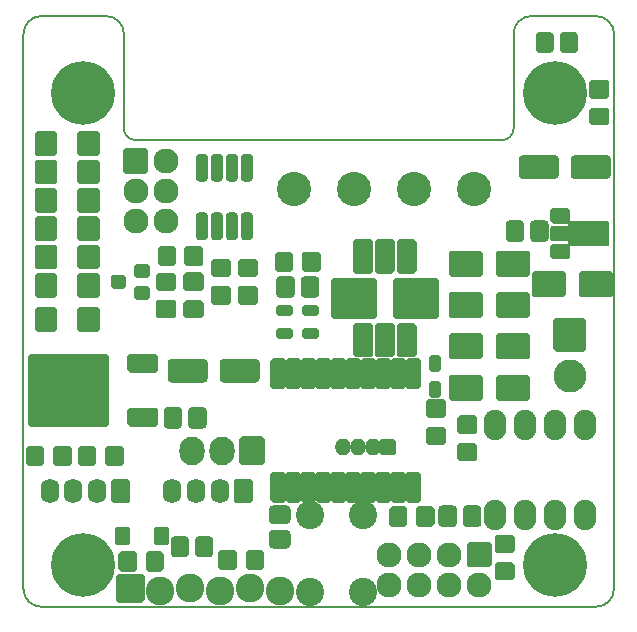
<source format=gts>
%TF.GenerationSoftware,KiCad,Pcbnew,5.1.10-88a1d61d58~88~ubuntu20.04.1*%
%TF.CreationDate,2021-05-23T14:05:11+02:00*%
%TF.ProjectId,mfx-link2,6d66782d-6c69-46e6-9b32-2e6b69636164,rev?*%
%TF.SameCoordinates,Original*%
%TF.FileFunction,Soldermask,Top*%
%TF.FilePolarity,Negative*%
%FSLAX46Y46*%
G04 Gerber Fmt 4.6, Leading zero omitted, Abs format (unit mm)*
G04 Created by KiCad (PCBNEW 5.1.10-88a1d61d58~88~ubuntu20.04.1) date 2021-05-23 14:05:11*
%MOMM*%
%LPD*%
G01*
G04 APERTURE LIST*
%TA.AperFunction,Profile*%
%ADD10C,0.150000*%
%TD*%
%ADD11O,1.400000X1.400000*%
%ADD12O,1.901140X2.599640*%
%ADD13C,0.100000*%
%ADD14C,5.400000*%
%ADD15O,1.598880X2.099260*%
%ADD16O,2.127200X2.127200*%
%ADD17O,2.127200X2.432000*%
%ADD18C,2.432000*%
%ADD19C,2.800000*%
%ADD20C,2.900000*%
%ADD21C,2.398980*%
G04 APERTURE END LIST*
D10*
X161950000Y-95350000D02*
X161950000Y-103350000D01*
X168950000Y-93850000D02*
X163450000Y-93850000D01*
X127450000Y-93850000D02*
X121950000Y-93850000D01*
X128950000Y-103350000D02*
X128950000Y-95350000D01*
X160950000Y-104350000D02*
X129950000Y-104350000D01*
X160950000Y-104350000D02*
G75*
G03*
X161950000Y-103350000I0J1000000D01*
G01*
X128950000Y-103350000D02*
G75*
G03*
X129950000Y-104350000I1000000J0D01*
G01*
X128950000Y-95350000D02*
G75*
G03*
X127450000Y-93850000I-1500000J0D01*
G01*
X163450000Y-93850000D02*
G75*
G03*
X161950000Y-95350000I0J-1500000D01*
G01*
X120450000Y-95350000D02*
X120450000Y-142350000D01*
X170450000Y-142350000D02*
X170450000Y-95350000D01*
X120450000Y-142350000D02*
G75*
G03*
X121950000Y-143850000I1500000J0D01*
G01*
X168950000Y-143850000D02*
G75*
G03*
X170450000Y-142350000I0J1500000D01*
G01*
X121950000Y-93850000D02*
G75*
G03*
X120450000Y-95350000I0J-1500000D01*
G01*
X170450000Y-95350000D02*
G75*
G03*
X168950000Y-93850000I-1500000J0D01*
G01*
X168950000Y-143850000D02*
X121950000Y-143850000D01*
%TO.C,D1*%
G36*
G01*
X159343000Y-113908000D02*
X159343000Y-115708000D01*
G75*
G02*
X159143000Y-115908000I-200000J0D01*
G01*
X156643000Y-115908000D01*
G75*
G02*
X156443000Y-115708000I0J200000D01*
G01*
X156443000Y-113908000D01*
G75*
G02*
X156643000Y-113708000I200000J0D01*
G01*
X159143000Y-113708000D01*
G75*
G02*
X159343000Y-113908000I0J-200000D01*
G01*
G37*
G36*
G01*
X163343000Y-113908000D02*
X163343000Y-115708000D01*
G75*
G02*
X163143000Y-115908000I-200000J0D01*
G01*
X160643000Y-115908000D01*
G75*
G02*
X160443000Y-115708000I0J200000D01*
G01*
X160443000Y-113908000D01*
G75*
G02*
X160643000Y-113708000I200000J0D01*
G01*
X163143000Y-113708000D01*
G75*
G02*
X163343000Y-113908000I0J-200000D01*
G01*
G37*
%TD*%
%TO.C,C7*%
G36*
G01*
X157153800Y-135604906D02*
X157153800Y-136784694D01*
G75*
G02*
X156818694Y-137119800I-335106J0D01*
G01*
X155913906Y-137119800D01*
G75*
G02*
X155578800Y-136784694I0J335106D01*
G01*
X155578800Y-135604906D01*
G75*
G02*
X155913906Y-135269800I335106J0D01*
G01*
X156818694Y-135269800D01*
G75*
G02*
X157153800Y-135604906I0J-335106D01*
G01*
G37*
G36*
G01*
X159228800Y-135604906D02*
X159228800Y-136784694D01*
G75*
G02*
X158893694Y-137119800I-335106J0D01*
G01*
X157988906Y-137119800D01*
G75*
G02*
X157653800Y-136784694I0J335106D01*
G01*
X157653800Y-135604906D01*
G75*
G02*
X157988906Y-135269800I335106J0D01*
G01*
X158893694Y-135269800D01*
G75*
G02*
X159228800Y-135604906I0J-335106D01*
G01*
G37*
%TD*%
%TO.C,D8*%
G36*
G01*
X155595600Y-123975200D02*
X154995600Y-123975200D01*
G75*
G02*
X154795600Y-123775200I0J200000D01*
G01*
X154795600Y-122775200D01*
G75*
G02*
X154995600Y-122575200I200000J0D01*
G01*
X155595600Y-122575200D01*
G75*
G02*
X155795600Y-122775200I0J-200000D01*
G01*
X155795600Y-123775200D01*
G75*
G02*
X155595600Y-123975200I-200000J0D01*
G01*
G37*
G36*
G01*
X155595600Y-126175200D02*
X154995600Y-126175200D01*
G75*
G02*
X154795600Y-125975200I0J200000D01*
G01*
X154795600Y-124975200D01*
G75*
G02*
X154995600Y-124775200I200000J0D01*
G01*
X155595600Y-124775200D01*
G75*
G02*
X155795600Y-124975200I0J-200000D01*
G01*
X155795600Y-125975200D01*
G75*
G02*
X155595600Y-126175200I-200000J0D01*
G01*
G37*
%TD*%
%TO.C,D6*%
G36*
G01*
X144062400Y-121026000D02*
X144062400Y-120426000D01*
G75*
G02*
X144262400Y-120226000I200000J0D01*
G01*
X145262400Y-120226000D01*
G75*
G02*
X145462400Y-120426000I0J-200000D01*
G01*
X145462400Y-121026000D01*
G75*
G02*
X145262400Y-121226000I-200000J0D01*
G01*
X144262400Y-121226000D01*
G75*
G02*
X144062400Y-121026000I0J200000D01*
G01*
G37*
G36*
G01*
X141862400Y-121026000D02*
X141862400Y-120426000D01*
G75*
G02*
X142062400Y-120226000I200000J0D01*
G01*
X143062400Y-120226000D01*
G75*
G02*
X143262400Y-120426000I0J-200000D01*
G01*
X143262400Y-121026000D01*
G75*
G02*
X143062400Y-121226000I-200000J0D01*
G01*
X142062400Y-121226000D01*
G75*
G02*
X141862400Y-121026000I0J200000D01*
G01*
G37*
%TD*%
%TO.C,D7*%
G36*
G01*
X143262400Y-118470400D02*
X143262400Y-119070400D01*
G75*
G02*
X143062400Y-119270400I-200000J0D01*
G01*
X142062400Y-119270400D01*
G75*
G02*
X141862400Y-119070400I0J200000D01*
G01*
X141862400Y-118470400D01*
G75*
G02*
X142062400Y-118270400I200000J0D01*
G01*
X143062400Y-118270400D01*
G75*
G02*
X143262400Y-118470400I0J-200000D01*
G01*
G37*
G36*
G01*
X145462400Y-118470400D02*
X145462400Y-119070400D01*
G75*
G02*
X145262400Y-119270400I-200000J0D01*
G01*
X144262400Y-119270400D01*
G75*
G02*
X144062400Y-119070400I0J200000D01*
G01*
X144062400Y-118470400D01*
G75*
G02*
X144262400Y-118270400I200000J0D01*
G01*
X145262400Y-118270400D01*
G75*
G02*
X145462400Y-118470400I0J-200000D01*
G01*
G37*
%TD*%
%TO.C,C1*%
G36*
G01*
X143420000Y-116199106D02*
X143420000Y-117378894D01*
G75*
G02*
X143084894Y-117714000I-335106J0D01*
G01*
X142180106Y-117714000D01*
G75*
G02*
X141845000Y-117378894I0J335106D01*
G01*
X141845000Y-116199106D01*
G75*
G02*
X142180106Y-115864000I335106J0D01*
G01*
X143084894Y-115864000D01*
G75*
G02*
X143420000Y-116199106I0J-335106D01*
G01*
G37*
G36*
G01*
X145495000Y-116199106D02*
X145495000Y-117378894D01*
G75*
G02*
X145159894Y-117714000I-335106J0D01*
G01*
X144255106Y-117714000D01*
G75*
G02*
X143920000Y-117378894I0J335106D01*
G01*
X143920000Y-116199106D01*
G75*
G02*
X144255106Y-115864000I335106J0D01*
G01*
X145159894Y-115864000D01*
G75*
G02*
X145495000Y-116199106I0J-335106D01*
G01*
G37*
%TD*%
%TO.C,D9*%
G36*
G01*
X131505200Y-138471200D02*
X131505200Y-137271200D01*
G75*
G02*
X131705200Y-137071200I200000J0D01*
G01*
X132605200Y-137071200D01*
G75*
G02*
X132805200Y-137271200I0J-200000D01*
G01*
X132805200Y-138471200D01*
G75*
G02*
X132605200Y-138671200I-200000J0D01*
G01*
X131705200Y-138671200D01*
G75*
G02*
X131505200Y-138471200I0J200000D01*
G01*
G37*
G36*
G01*
X128205200Y-138471200D02*
X128205200Y-137271200D01*
G75*
G02*
X128405200Y-137071200I200000J0D01*
G01*
X129305200Y-137071200D01*
G75*
G02*
X129505200Y-137271200I0J-200000D01*
G01*
X129505200Y-138471200D01*
G75*
G02*
X129305200Y-138671200I-200000J0D01*
G01*
X128405200Y-138671200D01*
G75*
G02*
X128205200Y-138471200I0J200000D01*
G01*
G37*
%TD*%
%TO.C,U3*%
G36*
G01*
X135809800Y-107869200D02*
X135309800Y-107869200D01*
G75*
G02*
X135059800Y-107619200I0J250000D01*
G01*
X135059800Y-105769200D01*
G75*
G02*
X135309800Y-105519200I250000J0D01*
G01*
X135809800Y-105519200D01*
G75*
G02*
X136059800Y-105769200I0J-250000D01*
G01*
X136059800Y-107619200D01*
G75*
G02*
X135809800Y-107869200I-250000J0D01*
G01*
G37*
G36*
G01*
X137079800Y-107869200D02*
X136579800Y-107869200D01*
G75*
G02*
X136329800Y-107619200I0J250000D01*
G01*
X136329800Y-105769200D01*
G75*
G02*
X136579800Y-105519200I250000J0D01*
G01*
X137079800Y-105519200D01*
G75*
G02*
X137329800Y-105769200I0J-250000D01*
G01*
X137329800Y-107619200D01*
G75*
G02*
X137079800Y-107869200I-250000J0D01*
G01*
G37*
G36*
G01*
X138349800Y-107869200D02*
X137849800Y-107869200D01*
G75*
G02*
X137599800Y-107619200I0J250000D01*
G01*
X137599800Y-105769200D01*
G75*
G02*
X137849800Y-105519200I250000J0D01*
G01*
X138349800Y-105519200D01*
G75*
G02*
X138599800Y-105769200I0J-250000D01*
G01*
X138599800Y-107619200D01*
G75*
G02*
X138349800Y-107869200I-250000J0D01*
G01*
G37*
G36*
G01*
X139619800Y-107869200D02*
X139119800Y-107869200D01*
G75*
G02*
X138869800Y-107619200I0J250000D01*
G01*
X138869800Y-105769200D01*
G75*
G02*
X139119800Y-105519200I250000J0D01*
G01*
X139619800Y-105519200D01*
G75*
G02*
X139869800Y-105769200I0J-250000D01*
G01*
X139869800Y-107619200D01*
G75*
G02*
X139619800Y-107869200I-250000J0D01*
G01*
G37*
G36*
G01*
X139619800Y-112819200D02*
X139119800Y-112819200D01*
G75*
G02*
X138869800Y-112569200I0J250000D01*
G01*
X138869800Y-110719200D01*
G75*
G02*
X139119800Y-110469200I250000J0D01*
G01*
X139619800Y-110469200D01*
G75*
G02*
X139869800Y-110719200I0J-250000D01*
G01*
X139869800Y-112569200D01*
G75*
G02*
X139619800Y-112819200I-250000J0D01*
G01*
G37*
G36*
G01*
X138349800Y-112819200D02*
X137849800Y-112819200D01*
G75*
G02*
X137599800Y-112569200I0J250000D01*
G01*
X137599800Y-110719200D01*
G75*
G02*
X137849800Y-110469200I250000J0D01*
G01*
X138349800Y-110469200D01*
G75*
G02*
X138599800Y-110719200I0J-250000D01*
G01*
X138599800Y-112569200D01*
G75*
G02*
X138349800Y-112819200I-250000J0D01*
G01*
G37*
G36*
G01*
X137079800Y-112819200D02*
X136579800Y-112819200D01*
G75*
G02*
X136329800Y-112569200I0J250000D01*
G01*
X136329800Y-110719200D01*
G75*
G02*
X136579800Y-110469200I250000J0D01*
G01*
X137079800Y-110469200D01*
G75*
G02*
X137329800Y-110719200I0J-250000D01*
G01*
X137329800Y-112569200D01*
G75*
G02*
X137079800Y-112819200I-250000J0D01*
G01*
G37*
G36*
G01*
X135809800Y-112819200D02*
X135309800Y-112819200D01*
G75*
G02*
X135059800Y-112569200I0J250000D01*
G01*
X135059800Y-110719200D01*
G75*
G02*
X135309800Y-110469200I250000J0D01*
G01*
X135809800Y-110469200D01*
G75*
G02*
X136059800Y-110719200I0J-250000D01*
G01*
X136059800Y-112569200D01*
G75*
G02*
X135809800Y-112819200I-250000J0D01*
G01*
G37*
%TD*%
%TO.C,D4*%
G36*
G01*
X160443000Y-126223600D02*
X160443000Y-124423600D01*
G75*
G02*
X160643000Y-124223600I200000J0D01*
G01*
X163143000Y-124223600D01*
G75*
G02*
X163343000Y-124423600I0J-200000D01*
G01*
X163343000Y-126223600D01*
G75*
G02*
X163143000Y-126423600I-200000J0D01*
G01*
X160643000Y-126423600D01*
G75*
G02*
X160443000Y-126223600I0J200000D01*
G01*
G37*
G36*
G01*
X156443000Y-126223600D02*
X156443000Y-124423600D01*
G75*
G02*
X156643000Y-124223600I200000J0D01*
G01*
X159143000Y-124223600D01*
G75*
G02*
X159343000Y-124423600I0J-200000D01*
G01*
X159343000Y-126223600D01*
G75*
G02*
X159143000Y-126423600I-200000J0D01*
G01*
X156643000Y-126423600D01*
G75*
G02*
X156443000Y-126223600I0J200000D01*
G01*
G37*
%TD*%
%TO.C,D2*%
G36*
G01*
X159343000Y-120918400D02*
X159343000Y-122718400D01*
G75*
G02*
X159143000Y-122918400I-200000J0D01*
G01*
X156643000Y-122918400D01*
G75*
G02*
X156443000Y-122718400I0J200000D01*
G01*
X156443000Y-120918400D01*
G75*
G02*
X156643000Y-120718400I200000J0D01*
G01*
X159143000Y-120718400D01*
G75*
G02*
X159343000Y-120918400I0J-200000D01*
G01*
G37*
G36*
G01*
X163343000Y-120918400D02*
X163343000Y-122718400D01*
G75*
G02*
X163143000Y-122918400I-200000J0D01*
G01*
X160643000Y-122918400D01*
G75*
G02*
X160443000Y-122718400I0J200000D01*
G01*
X160443000Y-120918400D01*
G75*
G02*
X160643000Y-120718400I200000J0D01*
G01*
X163143000Y-120718400D01*
G75*
G02*
X163343000Y-120918400I0J-200000D01*
G01*
G37*
%TD*%
%TO.C,D3*%
G36*
G01*
X160443000Y-119213200D02*
X160443000Y-117413200D01*
G75*
G02*
X160643000Y-117213200I200000J0D01*
G01*
X163143000Y-117213200D01*
G75*
G02*
X163343000Y-117413200I0J-200000D01*
G01*
X163343000Y-119213200D01*
G75*
G02*
X163143000Y-119413200I-200000J0D01*
G01*
X160643000Y-119413200D01*
G75*
G02*
X160443000Y-119213200I0J200000D01*
G01*
G37*
G36*
G01*
X156443000Y-119213200D02*
X156443000Y-117413200D01*
G75*
G02*
X156643000Y-117213200I200000J0D01*
G01*
X159143000Y-117213200D01*
G75*
G02*
X159343000Y-117413200I0J-200000D01*
G01*
X159343000Y-119213200D01*
G75*
G02*
X159143000Y-119413200I-200000J0D01*
G01*
X156643000Y-119413200D01*
G75*
G02*
X156443000Y-119213200I0J200000D01*
G01*
G37*
%TD*%
%TO.C,D5*%
G36*
G01*
X166378800Y-115660600D02*
X166378800Y-117460600D01*
G75*
G02*
X166178800Y-117660600I-200000J0D01*
G01*
X163678800Y-117660600D01*
G75*
G02*
X163478800Y-117460600I0J200000D01*
G01*
X163478800Y-115660600D01*
G75*
G02*
X163678800Y-115460600I200000J0D01*
G01*
X166178800Y-115460600D01*
G75*
G02*
X166378800Y-115660600I0J-200000D01*
G01*
G37*
G36*
G01*
X170378800Y-115660600D02*
X170378800Y-117460600D01*
G75*
G02*
X170178800Y-117660600I-200000J0D01*
G01*
X167678800Y-117660600D01*
G75*
G02*
X167478800Y-117460600I0J200000D01*
G01*
X167478800Y-115660600D01*
G75*
G02*
X167678800Y-115460600I200000J0D01*
G01*
X170178800Y-115460600D01*
G75*
G02*
X170378800Y-115660600I0J-200000D01*
G01*
G37*
%TD*%
D11*
%TO.C,J1*%
X147472400Y-130352800D03*
X148742400Y-130352800D03*
X150012400Y-130352800D03*
G36*
G01*
X151782400Y-131052800D02*
X150782400Y-131052800D01*
G75*
G02*
X150582400Y-130852800I0J200000D01*
G01*
X150582400Y-129852800D01*
G75*
G02*
X150782400Y-129652800I200000J0D01*
G01*
X151782400Y-129652800D01*
G75*
G02*
X151982400Y-129852800I0J-200000D01*
G01*
X151982400Y-130852800D01*
G75*
G02*
X151782400Y-131052800I-200000J0D01*
G01*
G37*
%TD*%
D12*
%TO.C,U1*%
X167995600Y-128473200D03*
X165455600Y-128473200D03*
X162915600Y-128473200D03*
X160375600Y-128473200D03*
X160375600Y-136093200D03*
X162915600Y-136093200D03*
X165455600Y-136093200D03*
X167995600Y-136093200D03*
%TD*%
%TO.C,R0*%
G36*
G01*
X156021800Y-127894600D02*
X154721800Y-127894600D01*
G75*
G02*
X154521800Y-127694600I0J200000D01*
G01*
X154521800Y-126494600D01*
G75*
G02*
X154721800Y-126294600I200000J0D01*
G01*
X156021800Y-126294600D01*
G75*
G02*
X156221800Y-126494600I0J-200000D01*
G01*
X156221800Y-127694600D01*
G75*
G02*
X156021800Y-127894600I-200000J0D01*
G01*
G37*
G36*
G01*
X156021800Y-130144600D02*
X154721800Y-130144600D01*
G75*
G02*
X154521800Y-129944600I0J200000D01*
G01*
X154521800Y-128844600D01*
G75*
G02*
X154721800Y-128644600I200000J0D01*
G01*
X156021800Y-128644600D01*
G75*
G02*
X156221800Y-128844600I0J-200000D01*
G01*
X156221800Y-129944600D01*
G75*
G02*
X156021800Y-130144600I-200000J0D01*
G01*
G37*
%TD*%
%TO.C,R1*%
G36*
G01*
X158688800Y-129266200D02*
X157388800Y-129266200D01*
G75*
G02*
X157188800Y-129066200I0J200000D01*
G01*
X157188800Y-127866200D01*
G75*
G02*
X157388800Y-127666200I200000J0D01*
G01*
X158688800Y-127666200D01*
G75*
G02*
X158888800Y-127866200I0J-200000D01*
G01*
X158888800Y-129066200D01*
G75*
G02*
X158688800Y-129266200I-200000J0D01*
G01*
G37*
G36*
G01*
X158688800Y-131516200D02*
X157388800Y-131516200D01*
G75*
G02*
X157188800Y-131316200I0J200000D01*
G01*
X157188800Y-130216200D01*
G75*
G02*
X157388800Y-130016200I200000J0D01*
G01*
X158688800Y-130016200D01*
G75*
G02*
X158888800Y-130216200I0J-200000D01*
G01*
X158888800Y-131316200D01*
G75*
G02*
X158688800Y-131516200I-200000J0D01*
G01*
G37*
%TD*%
%TO.C,Q1*%
G36*
G01*
X129139200Y-115957400D02*
X129139200Y-116757400D01*
G75*
G02*
X128939200Y-116957400I-200000J0D01*
G01*
X128039200Y-116957400D01*
G75*
G02*
X127839200Y-116757400I0J200000D01*
G01*
X127839200Y-115957400D01*
G75*
G02*
X128039200Y-115757400I200000J0D01*
G01*
X128939200Y-115757400D01*
G75*
G02*
X129139200Y-115957400I0J-200000D01*
G01*
G37*
G36*
G01*
X131139200Y-115007400D02*
X131139200Y-115807400D01*
G75*
G02*
X130939200Y-116007400I-200000J0D01*
G01*
X130039200Y-116007400D01*
G75*
G02*
X129839200Y-115807400I0J200000D01*
G01*
X129839200Y-115007400D01*
G75*
G02*
X130039200Y-114807400I200000J0D01*
G01*
X130939200Y-114807400D01*
G75*
G02*
X131139200Y-115007400I0J-200000D01*
G01*
G37*
G36*
G01*
X131139200Y-116907400D02*
X131139200Y-117707400D01*
G75*
G02*
X130939200Y-117907400I-200000J0D01*
G01*
X130039200Y-117907400D01*
G75*
G02*
X129839200Y-117707400I0J200000D01*
G01*
X129839200Y-116907400D01*
G75*
G02*
X130039200Y-116707400I200000J0D01*
G01*
X130939200Y-116707400D01*
G75*
G02*
X131139200Y-116907400I0J-200000D01*
G01*
G37*
%TD*%
%TO.C,C5*%
G36*
G01*
X137050400Y-124563300D02*
X137050400Y-123188300D01*
G75*
G02*
X137362900Y-122875800I312500J0D01*
G01*
X140137900Y-122875800D01*
G75*
G02*
X140450400Y-123188300I0J-312500D01*
G01*
X140450400Y-124563300D01*
G75*
G02*
X140137900Y-124875800I-312500J0D01*
G01*
X137362900Y-124875800D01*
G75*
G02*
X137050400Y-124563300I0J312500D01*
G01*
G37*
G36*
G01*
X132650400Y-124563300D02*
X132650400Y-123188300D01*
G75*
G02*
X132962900Y-122875800I312500J0D01*
G01*
X135737900Y-122875800D01*
G75*
G02*
X136050400Y-123188300I0J-312500D01*
G01*
X136050400Y-124563300D01*
G75*
G02*
X135737900Y-124875800I-312500J0D01*
G01*
X132962900Y-124875800D01*
G75*
G02*
X132650400Y-124563300I0J312500D01*
G01*
G37*
%TD*%
%TO.C,C4*%
G36*
G01*
X166768400Y-107316700D02*
X166768400Y-105941700D01*
G75*
G02*
X167080900Y-105629200I312500J0D01*
G01*
X169855900Y-105629200D01*
G75*
G02*
X170168400Y-105941700I0J-312500D01*
G01*
X170168400Y-107316700D01*
G75*
G02*
X169855900Y-107629200I-312500J0D01*
G01*
X167080900Y-107629200D01*
G75*
G02*
X166768400Y-107316700I0J312500D01*
G01*
G37*
G36*
G01*
X162368400Y-107316700D02*
X162368400Y-105941700D01*
G75*
G02*
X162680900Y-105629200I312500J0D01*
G01*
X165455900Y-105629200D01*
G75*
G02*
X165768400Y-105941700I0J-312500D01*
G01*
X165768400Y-107316700D01*
G75*
G02*
X165455900Y-107629200I-312500J0D01*
G01*
X162680900Y-107629200D01*
G75*
G02*
X162368400Y-107316700I0J312500D01*
G01*
G37*
%TD*%
%TO.C,D13*%
G36*
G01*
X165858000Y-96651245D02*
X165858000Y-95525155D01*
G75*
G02*
X166194955Y-95188200I336955J0D01*
G01*
X167071045Y-95188200D01*
G75*
G02*
X167408000Y-95525155I0J-336955D01*
G01*
X167408000Y-96651245D01*
G75*
G02*
X167071045Y-96988200I-336955J0D01*
G01*
X166194955Y-96988200D01*
G75*
G02*
X165858000Y-96651245I0J336955D01*
G01*
G37*
G36*
G01*
X163808000Y-96651245D02*
X163808000Y-95525155D01*
G75*
G02*
X164144955Y-95188200I336955J0D01*
G01*
X165021045Y-95188200D01*
G75*
G02*
X165358000Y-95525155I0J-336955D01*
G01*
X165358000Y-96651245D01*
G75*
G02*
X165021045Y-96988200I-336955J0D01*
G01*
X164144955Y-96988200D01*
G75*
G02*
X163808000Y-96651245I0J336955D01*
G01*
G37*
%TD*%
%TO.C,D10*%
G36*
G01*
X134471600Y-138222555D02*
X134471600Y-139348645D01*
G75*
G02*
X134134645Y-139685600I-336955J0D01*
G01*
X133258555Y-139685600D01*
G75*
G02*
X132921600Y-139348645I0J336955D01*
G01*
X132921600Y-138222555D01*
G75*
G02*
X133258555Y-137885600I336955J0D01*
G01*
X134134645Y-137885600D01*
G75*
G02*
X134471600Y-138222555I0J-336955D01*
G01*
G37*
G36*
G01*
X136521600Y-138222555D02*
X136521600Y-139348645D01*
G75*
G02*
X136184645Y-139685600I-336955J0D01*
G01*
X135308555Y-139685600D01*
G75*
G02*
X134971600Y-139348645I0J336955D01*
G01*
X134971600Y-138222555D01*
G75*
G02*
X135308555Y-137885600I336955J0D01*
G01*
X136184645Y-137885600D01*
G75*
G02*
X136521600Y-138222555I0J-336955D01*
G01*
G37*
%TD*%
%TO.C,R4*%
G36*
G01*
X135498600Y-117157400D02*
X134198600Y-117157400D01*
G75*
G02*
X133998600Y-116957400I0J200000D01*
G01*
X133998600Y-115757400D01*
G75*
G02*
X134198600Y-115557400I200000J0D01*
G01*
X135498600Y-115557400D01*
G75*
G02*
X135698600Y-115757400I0J-200000D01*
G01*
X135698600Y-116957400D01*
G75*
G02*
X135498600Y-117157400I-200000J0D01*
G01*
G37*
G36*
G01*
X135498600Y-119407400D02*
X134198600Y-119407400D01*
G75*
G02*
X133998600Y-119207400I0J200000D01*
G01*
X133998600Y-118107400D01*
G75*
G02*
X134198600Y-117907400I200000J0D01*
G01*
X135498600Y-117907400D01*
G75*
G02*
X135698600Y-118107400I0J-200000D01*
G01*
X135698600Y-119207400D01*
G75*
G02*
X135498600Y-119407400I-200000J0D01*
G01*
G37*
%TD*%
%TO.C,R6*%
G36*
G01*
X136510000Y-116682000D02*
X137810000Y-116682000D01*
G75*
G02*
X138010000Y-116882000I0J-200000D01*
G01*
X138010000Y-118082000D01*
G75*
G02*
X137810000Y-118282000I-200000J0D01*
G01*
X136510000Y-118282000D01*
G75*
G02*
X136310000Y-118082000I0J200000D01*
G01*
X136310000Y-116882000D01*
G75*
G02*
X136510000Y-116682000I200000J0D01*
G01*
G37*
G36*
G01*
X136510000Y-114432000D02*
X137810000Y-114432000D01*
G75*
G02*
X138010000Y-114632000I0J-200000D01*
G01*
X138010000Y-115732000D01*
G75*
G02*
X137810000Y-115932000I-200000J0D01*
G01*
X136510000Y-115932000D01*
G75*
G02*
X136310000Y-115732000I0J200000D01*
G01*
X136310000Y-114632000D01*
G75*
G02*
X136510000Y-114432000I200000J0D01*
G01*
G37*
%TD*%
%TO.C,R7*%
G36*
G01*
X131861800Y-117850400D02*
X133161800Y-117850400D01*
G75*
G02*
X133361800Y-118050400I0J-200000D01*
G01*
X133361800Y-119250400D01*
G75*
G02*
X133161800Y-119450400I-200000J0D01*
G01*
X131861800Y-119450400D01*
G75*
G02*
X131661800Y-119250400I0J200000D01*
G01*
X131661800Y-118050400D01*
G75*
G02*
X131861800Y-117850400I200000J0D01*
G01*
G37*
G36*
G01*
X131861800Y-115600400D02*
X133161800Y-115600400D01*
G75*
G02*
X133361800Y-115800400I0J-200000D01*
G01*
X133361800Y-116900400D01*
G75*
G02*
X133161800Y-117100400I-200000J0D01*
G01*
X131861800Y-117100400D01*
G75*
G02*
X131661800Y-116900400I0J200000D01*
G01*
X131661800Y-115800400D01*
G75*
G02*
X131861800Y-115600400I200000J0D01*
G01*
G37*
%TD*%
%TO.C,R19*%
G36*
G01*
X134081000Y-114823000D02*
X134081000Y-113523000D01*
G75*
G02*
X134281000Y-113323000I200000J0D01*
G01*
X135481000Y-113323000D01*
G75*
G02*
X135681000Y-113523000I0J-200000D01*
G01*
X135681000Y-114823000D01*
G75*
G02*
X135481000Y-115023000I-200000J0D01*
G01*
X134281000Y-115023000D01*
G75*
G02*
X134081000Y-114823000I0J200000D01*
G01*
G37*
G36*
G01*
X131831000Y-114823000D02*
X131831000Y-113523000D01*
G75*
G02*
X132031000Y-113323000I200000J0D01*
G01*
X133131000Y-113323000D01*
G75*
G02*
X133331000Y-113523000I0J-200000D01*
G01*
X133331000Y-114823000D01*
G75*
G02*
X133131000Y-115023000I-200000J0D01*
G01*
X132031000Y-115023000D01*
G75*
G02*
X131831000Y-114823000I0J200000D01*
G01*
G37*
%TD*%
%TO.C,C2*%
G36*
G01*
X162843400Y-111474906D02*
X162843400Y-112654694D01*
G75*
G02*
X162508294Y-112989800I-335106J0D01*
G01*
X161603506Y-112989800D01*
G75*
G02*
X161268400Y-112654694I0J335106D01*
G01*
X161268400Y-111474906D01*
G75*
G02*
X161603506Y-111139800I335106J0D01*
G01*
X162508294Y-111139800D01*
G75*
G02*
X162843400Y-111474906I0J-335106D01*
G01*
G37*
G36*
G01*
X164918400Y-111474906D02*
X164918400Y-112654694D01*
G75*
G02*
X164583294Y-112989800I-335106J0D01*
G01*
X163678506Y-112989800D01*
G75*
G02*
X163343400Y-112654694I0J335106D01*
G01*
X163343400Y-111474906D01*
G75*
G02*
X163678506Y-111139800I335106J0D01*
G01*
X164583294Y-111139800D01*
G75*
G02*
X164918400Y-111474906I0J-335106D01*
G01*
G37*
%TD*%
%TO.C,R3*%
G36*
G01*
X144012400Y-115305600D02*
X144012400Y-114005600D01*
G75*
G02*
X144212400Y-113805600I200000J0D01*
G01*
X145412400Y-113805600D01*
G75*
G02*
X145612400Y-114005600I0J-200000D01*
G01*
X145612400Y-115305600D01*
G75*
G02*
X145412400Y-115505600I-200000J0D01*
G01*
X144212400Y-115505600D01*
G75*
G02*
X144012400Y-115305600I0J200000D01*
G01*
G37*
G36*
G01*
X141762400Y-115305600D02*
X141762400Y-114005600D01*
G75*
G02*
X141962400Y-113805600I200000J0D01*
G01*
X143062400Y-113805600D01*
G75*
G02*
X143262400Y-114005600I0J-200000D01*
G01*
X143262400Y-115305600D01*
G75*
G02*
X143062400Y-115505600I-200000J0D01*
G01*
X141962400Y-115505600D01*
G75*
G02*
X141762400Y-115305600I0J200000D01*
G01*
G37*
%TD*%
%TO.C,R5*%
G36*
G01*
X138796000Y-116682000D02*
X140096000Y-116682000D01*
G75*
G02*
X140296000Y-116882000I0J-200000D01*
G01*
X140296000Y-118082000D01*
G75*
G02*
X140096000Y-118282000I-200000J0D01*
G01*
X138796000Y-118282000D01*
G75*
G02*
X138596000Y-118082000I0J200000D01*
G01*
X138596000Y-116882000D01*
G75*
G02*
X138796000Y-116682000I200000J0D01*
G01*
G37*
G36*
G01*
X138796000Y-114432000D02*
X140096000Y-114432000D01*
G75*
G02*
X140296000Y-114632000I0J-200000D01*
G01*
X140296000Y-115732000D01*
G75*
G02*
X140096000Y-115932000I-200000J0D01*
G01*
X138796000Y-115932000D01*
G75*
G02*
X138596000Y-115732000I0J200000D01*
G01*
X138596000Y-114632000D01*
G75*
G02*
X138796000Y-114432000I200000J0D01*
G01*
G37*
%TD*%
%TO.C,R2*%
G36*
G01*
X161838400Y-139350000D02*
X160538400Y-139350000D01*
G75*
G02*
X160338400Y-139150000I0J200000D01*
G01*
X160338400Y-137950000D01*
G75*
G02*
X160538400Y-137750000I200000J0D01*
G01*
X161838400Y-137750000D01*
G75*
G02*
X162038400Y-137950000I0J-200000D01*
G01*
X162038400Y-139150000D01*
G75*
G02*
X161838400Y-139350000I-200000J0D01*
G01*
G37*
G36*
G01*
X161838400Y-141600000D02*
X160538400Y-141600000D01*
G75*
G02*
X160338400Y-141400000I0J200000D01*
G01*
X160338400Y-140300000D01*
G75*
G02*
X160538400Y-140100000I200000J0D01*
G01*
X161838400Y-140100000D01*
G75*
G02*
X162038400Y-140300000I0J-200000D01*
G01*
X162038400Y-141400000D01*
G75*
G02*
X161838400Y-141600000I-200000J0D01*
G01*
G37*
%TD*%
%TO.C,C6*%
G36*
G01*
X141556106Y-137359000D02*
X142735894Y-137359000D01*
G75*
G02*
X143071000Y-137694106I0J-335106D01*
G01*
X143071000Y-138598894D01*
G75*
G02*
X142735894Y-138934000I-335106J0D01*
G01*
X141556106Y-138934000D01*
G75*
G02*
X141221000Y-138598894I0J335106D01*
G01*
X141221000Y-137694106D01*
G75*
G02*
X141556106Y-137359000I335106J0D01*
G01*
G37*
G36*
G01*
X141556106Y-135284000D02*
X142735894Y-135284000D01*
G75*
G02*
X143071000Y-135619106I0J-335106D01*
G01*
X143071000Y-136523894D01*
G75*
G02*
X142735894Y-136859000I-335106J0D01*
G01*
X141556106Y-136859000D01*
G75*
G02*
X141221000Y-136523894I0J335106D01*
G01*
X141221000Y-135619106D01*
G75*
G02*
X141556106Y-135284000I335106J0D01*
G01*
G37*
%TD*%
%TO.C,C3*%
G36*
G01*
X134387400Y-128453494D02*
X134387400Y-127273706D01*
G75*
G02*
X134722506Y-126938600I335106J0D01*
G01*
X135627294Y-126938600D01*
G75*
G02*
X135962400Y-127273706I0J-335106D01*
G01*
X135962400Y-128453494D01*
G75*
G02*
X135627294Y-128788600I-335106J0D01*
G01*
X134722506Y-128788600D01*
G75*
G02*
X134387400Y-128453494I0J335106D01*
G01*
G37*
G36*
G01*
X132312400Y-128453494D02*
X132312400Y-127273706D01*
G75*
G02*
X132647506Y-126938600I335106J0D01*
G01*
X133552294Y-126938600D01*
G75*
G02*
X133887400Y-127273706I0J-335106D01*
G01*
X133887400Y-128453494D01*
G75*
G02*
X133552294Y-128788600I-335106J0D01*
G01*
X132647506Y-128788600D01*
G75*
G02*
X132312400Y-128453494I0J335106D01*
G01*
G37*
%TD*%
%TO.C,R17*%
G36*
G01*
X153664400Y-136870200D02*
X153664400Y-135570200D01*
G75*
G02*
X153864400Y-135370200I200000J0D01*
G01*
X155064400Y-135370200D01*
G75*
G02*
X155264400Y-135570200I0J-200000D01*
G01*
X155264400Y-136870200D01*
G75*
G02*
X155064400Y-137070200I-200000J0D01*
G01*
X153864400Y-137070200D01*
G75*
G02*
X153664400Y-136870200I0J200000D01*
G01*
G37*
G36*
G01*
X151414400Y-136870200D02*
X151414400Y-135570200D01*
G75*
G02*
X151614400Y-135370200I200000J0D01*
G01*
X152714400Y-135370200D01*
G75*
G02*
X152914400Y-135570200I0J-200000D01*
G01*
X152914400Y-136870200D01*
G75*
G02*
X152714400Y-137070200I-200000J0D01*
G01*
X151614400Y-137070200D01*
G75*
G02*
X151414400Y-136870200I0J200000D01*
G01*
G37*
%TD*%
%TO.C,R21*%
G36*
G01*
X127350000Y-131750000D02*
X127350000Y-130450000D01*
G75*
G02*
X127550000Y-130250000I200000J0D01*
G01*
X128750000Y-130250000D01*
G75*
G02*
X128950000Y-130450000I0J-200000D01*
G01*
X128950000Y-131750000D01*
G75*
G02*
X128750000Y-131950000I-200000J0D01*
G01*
X127550000Y-131950000D01*
G75*
G02*
X127350000Y-131750000I0J200000D01*
G01*
G37*
G36*
G01*
X125100000Y-131750000D02*
X125100000Y-130450000D01*
G75*
G02*
X125300000Y-130250000I200000J0D01*
G01*
X126400000Y-130250000D01*
G75*
G02*
X126600000Y-130450000I0J-200000D01*
G01*
X126600000Y-131750000D01*
G75*
G02*
X126400000Y-131950000I-200000J0D01*
G01*
X125300000Y-131950000D01*
G75*
G02*
X125100000Y-131750000I0J200000D01*
G01*
G37*
%TD*%
%TO.C,R20*%
G36*
G01*
X122950000Y-131750000D02*
X122950000Y-130450000D01*
G75*
G02*
X123150000Y-130250000I200000J0D01*
G01*
X124350000Y-130250000D01*
G75*
G02*
X124550000Y-130450000I0J-200000D01*
G01*
X124550000Y-131750000D01*
G75*
G02*
X124350000Y-131950000I-200000J0D01*
G01*
X123150000Y-131950000D01*
G75*
G02*
X122950000Y-131750000I0J200000D01*
G01*
G37*
G36*
G01*
X120700000Y-131750000D02*
X120700000Y-130450000D01*
G75*
G02*
X120900000Y-130250000I200000J0D01*
G01*
X122000000Y-130250000D01*
G75*
G02*
X122200000Y-130450000I0J-200000D01*
G01*
X122200000Y-131750000D01*
G75*
G02*
X122000000Y-131950000I-200000J0D01*
G01*
X120900000Y-131950000D01*
G75*
G02*
X120700000Y-131750000I0J200000D01*
G01*
G37*
%TD*%
%TO.C,R18*%
G36*
G01*
X169850000Y-100850000D02*
X168550000Y-100850000D01*
G75*
G02*
X168350000Y-100650000I0J200000D01*
G01*
X168350000Y-99450000D01*
G75*
G02*
X168550000Y-99250000I200000J0D01*
G01*
X169850000Y-99250000D01*
G75*
G02*
X170050000Y-99450000I0J-200000D01*
G01*
X170050000Y-100650000D01*
G75*
G02*
X169850000Y-100850000I-200000J0D01*
G01*
G37*
G36*
G01*
X169850000Y-103100000D02*
X168550000Y-103100000D01*
G75*
G02*
X168350000Y-102900000I0J200000D01*
G01*
X168350000Y-101800000D01*
G75*
G02*
X168550000Y-101600000I200000J0D01*
G01*
X169850000Y-101600000D01*
G75*
G02*
X170050000Y-101800000I0J-200000D01*
G01*
X170050000Y-102900000D01*
G75*
G02*
X169850000Y-103100000I-200000J0D01*
G01*
G37*
%TD*%
%TO.C,R15*%
G36*
G01*
X138537200Y-139253200D02*
X138537200Y-140553200D01*
G75*
G02*
X138337200Y-140753200I-200000J0D01*
G01*
X137137200Y-140753200D01*
G75*
G02*
X136937200Y-140553200I0J200000D01*
G01*
X136937200Y-139253200D01*
G75*
G02*
X137137200Y-139053200I200000J0D01*
G01*
X138337200Y-139053200D01*
G75*
G02*
X138537200Y-139253200I0J-200000D01*
G01*
G37*
G36*
G01*
X140787200Y-139253200D02*
X140787200Y-140553200D01*
G75*
G02*
X140587200Y-140753200I-200000J0D01*
G01*
X139487200Y-140753200D01*
G75*
G02*
X139287200Y-140553200I0J200000D01*
G01*
X139287200Y-139253200D01*
G75*
G02*
X139487200Y-139053200I200000J0D01*
G01*
X140587200Y-139053200D01*
G75*
G02*
X140787200Y-139253200I0J-200000D01*
G01*
G37*
%TD*%
%TO.C,R16*%
G36*
G01*
X130079000Y-139380200D02*
X130079000Y-140680200D01*
G75*
G02*
X129879000Y-140880200I-200000J0D01*
G01*
X128679000Y-140880200D01*
G75*
G02*
X128479000Y-140680200I0J200000D01*
G01*
X128479000Y-139380200D01*
G75*
G02*
X128679000Y-139180200I200000J0D01*
G01*
X129879000Y-139180200D01*
G75*
G02*
X130079000Y-139380200I0J-200000D01*
G01*
G37*
G36*
G01*
X132329000Y-139380200D02*
X132329000Y-140680200D01*
G75*
G02*
X132129000Y-140880200I-200000J0D01*
G01*
X131029000Y-140880200D01*
G75*
G02*
X130829000Y-140680200I0J200000D01*
G01*
X130829000Y-139380200D01*
G75*
G02*
X131029000Y-139180200I200000J0D01*
G01*
X132129000Y-139180200D01*
G75*
G02*
X132329000Y-139380200I0J-200000D01*
G01*
G37*
%TD*%
%TO.C,R10*%
G36*
G01*
X123300000Y-113400000D02*
X123300000Y-115100000D01*
G75*
G02*
X123100000Y-115300000I-200000J0D01*
G01*
X121600000Y-115300000D01*
G75*
G02*
X121400000Y-115100000I0J200000D01*
G01*
X121400000Y-113400000D01*
G75*
G02*
X121600000Y-113200000I200000J0D01*
G01*
X123100000Y-113200000D01*
G75*
G02*
X123300000Y-113400000I0J-200000D01*
G01*
G37*
G36*
G01*
X126900000Y-113400000D02*
X126900000Y-115100000D01*
G75*
G02*
X126700000Y-115300000I-200000J0D01*
G01*
X125200000Y-115300000D01*
G75*
G02*
X125000000Y-115100000I0J200000D01*
G01*
X125000000Y-113400000D01*
G75*
G02*
X125200000Y-113200000I200000J0D01*
G01*
X126700000Y-113200000D01*
G75*
G02*
X126900000Y-113400000I0J-200000D01*
G01*
G37*
%TD*%
%TO.C,R13*%
G36*
G01*
X123300000Y-106200000D02*
X123300000Y-107900000D01*
G75*
G02*
X123100000Y-108100000I-200000J0D01*
G01*
X121600000Y-108100000D01*
G75*
G02*
X121400000Y-107900000I0J200000D01*
G01*
X121400000Y-106200000D01*
G75*
G02*
X121600000Y-106000000I200000J0D01*
G01*
X123100000Y-106000000D01*
G75*
G02*
X123300000Y-106200000I0J-200000D01*
G01*
G37*
G36*
G01*
X126900000Y-106200000D02*
X126900000Y-107900000D01*
G75*
G02*
X126700000Y-108100000I-200000J0D01*
G01*
X125200000Y-108100000D01*
G75*
G02*
X125000000Y-107900000I0J200000D01*
G01*
X125000000Y-106200000D01*
G75*
G02*
X125200000Y-106000000I200000J0D01*
G01*
X126700000Y-106000000D01*
G75*
G02*
X126900000Y-106200000I0J-200000D01*
G01*
G37*
%TD*%
%TO.C,R12*%
G36*
G01*
X123300000Y-108600000D02*
X123300000Y-110300000D01*
G75*
G02*
X123100000Y-110500000I-200000J0D01*
G01*
X121600000Y-110500000D01*
G75*
G02*
X121400000Y-110300000I0J200000D01*
G01*
X121400000Y-108600000D01*
G75*
G02*
X121600000Y-108400000I200000J0D01*
G01*
X123100000Y-108400000D01*
G75*
G02*
X123300000Y-108600000I0J-200000D01*
G01*
G37*
G36*
G01*
X126900000Y-108600000D02*
X126900000Y-110300000D01*
G75*
G02*
X126700000Y-110500000I-200000J0D01*
G01*
X125200000Y-110500000D01*
G75*
G02*
X125000000Y-110300000I0J200000D01*
G01*
X125000000Y-108600000D01*
G75*
G02*
X125200000Y-108400000I200000J0D01*
G01*
X126700000Y-108400000D01*
G75*
G02*
X126900000Y-108600000I0J-200000D01*
G01*
G37*
%TD*%
%TO.C,R14*%
G36*
G01*
X123300000Y-103800000D02*
X123300000Y-105500000D01*
G75*
G02*
X123100000Y-105700000I-200000J0D01*
G01*
X121600000Y-105700000D01*
G75*
G02*
X121400000Y-105500000I0J200000D01*
G01*
X121400000Y-103800000D01*
G75*
G02*
X121600000Y-103600000I200000J0D01*
G01*
X123100000Y-103600000D01*
G75*
G02*
X123300000Y-103800000I0J-200000D01*
G01*
G37*
G36*
G01*
X126900000Y-103800000D02*
X126900000Y-105500000D01*
G75*
G02*
X126700000Y-105700000I-200000J0D01*
G01*
X125200000Y-105700000D01*
G75*
G02*
X125000000Y-105500000I0J200000D01*
G01*
X125000000Y-103800000D01*
G75*
G02*
X125200000Y-103600000I200000J0D01*
G01*
X126700000Y-103600000D01*
G75*
G02*
X126900000Y-103800000I0J-200000D01*
G01*
G37*
%TD*%
%TO.C,R11*%
G36*
G01*
X123300000Y-111000000D02*
X123300000Y-112700000D01*
G75*
G02*
X123100000Y-112900000I-200000J0D01*
G01*
X121600000Y-112900000D01*
G75*
G02*
X121400000Y-112700000I0J200000D01*
G01*
X121400000Y-111000000D01*
G75*
G02*
X121600000Y-110800000I200000J0D01*
G01*
X123100000Y-110800000D01*
G75*
G02*
X123300000Y-111000000I0J-200000D01*
G01*
G37*
G36*
G01*
X126900000Y-111000000D02*
X126900000Y-112700000D01*
G75*
G02*
X126700000Y-112900000I-200000J0D01*
G01*
X125200000Y-112900000D01*
G75*
G02*
X125000000Y-112700000I0J200000D01*
G01*
X125000000Y-111000000D01*
G75*
G02*
X125200000Y-110800000I200000J0D01*
G01*
X126700000Y-110800000D01*
G75*
G02*
X126900000Y-111000000I0J-200000D01*
G01*
G37*
%TD*%
%TO.C,R9*%
G36*
G01*
X123305200Y-115812200D02*
X123305200Y-117512200D01*
G75*
G02*
X123105200Y-117712200I-200000J0D01*
G01*
X121605200Y-117712200D01*
G75*
G02*
X121405200Y-117512200I0J200000D01*
G01*
X121405200Y-115812200D01*
G75*
G02*
X121605200Y-115612200I200000J0D01*
G01*
X123105200Y-115612200D01*
G75*
G02*
X123305200Y-115812200I0J-200000D01*
G01*
G37*
G36*
G01*
X126905200Y-115812200D02*
X126905200Y-117512200D01*
G75*
G02*
X126705200Y-117712200I-200000J0D01*
G01*
X125205200Y-117712200D01*
G75*
G02*
X125005200Y-117512200I0J200000D01*
G01*
X125005200Y-115812200D01*
G75*
G02*
X125205200Y-115612200I200000J0D01*
G01*
X126705200Y-115612200D01*
G75*
G02*
X126905200Y-115812200I0J-200000D01*
G01*
G37*
%TD*%
%TO.C,R8*%
G36*
G01*
X123305200Y-118682400D02*
X123305200Y-120382400D01*
G75*
G02*
X123105200Y-120582400I-200000J0D01*
G01*
X121605200Y-120582400D01*
G75*
G02*
X121405200Y-120382400I0J200000D01*
G01*
X121405200Y-118682400D01*
G75*
G02*
X121605200Y-118482400I200000J0D01*
G01*
X123105200Y-118482400D01*
G75*
G02*
X123305200Y-118682400I0J-200000D01*
G01*
G37*
G36*
G01*
X126905200Y-118682400D02*
X126905200Y-120382400D01*
G75*
G02*
X126705200Y-120582400I-200000J0D01*
G01*
X125205200Y-120582400D01*
G75*
G02*
X125005200Y-120382400I0J200000D01*
G01*
X125005200Y-118682400D01*
G75*
G02*
X125205200Y-118482400I200000J0D01*
G01*
X126705200Y-118482400D01*
G75*
G02*
X126905200Y-118682400I0J-200000D01*
G01*
G37*
%TD*%
%TO.C,U2*%
G36*
G01*
X127658200Y-122627800D02*
X127658200Y-128427800D01*
G75*
G02*
X127458200Y-128627800I-200000J0D01*
G01*
X121058200Y-128627800D01*
G75*
G02*
X120858200Y-128427800I0J200000D01*
G01*
X120858200Y-122627800D01*
G75*
G02*
X121058200Y-122427800I200000J0D01*
G01*
X127458200Y-122427800D01*
G75*
G02*
X127658200Y-122627800I0J-200000D01*
G01*
G37*
G36*
G01*
X131858200Y-122647800D02*
X131858200Y-123847800D01*
G75*
G02*
X131658200Y-124047800I-200000J0D01*
G01*
X129458200Y-124047800D01*
G75*
G02*
X129258200Y-123847800I0J200000D01*
G01*
X129258200Y-122647800D01*
G75*
G02*
X129458200Y-122447800I200000J0D01*
G01*
X131658200Y-122447800D01*
G75*
G02*
X131858200Y-122647800I0J-200000D01*
G01*
G37*
G36*
G01*
X131858200Y-127207800D02*
X131858200Y-128407800D01*
G75*
G02*
X131658200Y-128607800I-200000J0D01*
G01*
X129458200Y-128607800D01*
G75*
G02*
X129258200Y-128407800I0J200000D01*
G01*
X129258200Y-127207800D01*
G75*
G02*
X129458200Y-127007800I200000J0D01*
G01*
X131658200Y-127007800D01*
G75*
G02*
X131858200Y-127207800I0J-200000D01*
G01*
G37*
%TD*%
D13*
%TO.C,U4*%
G36*
X169902818Y-111205343D02*
G01*
X169940337Y-111216724D01*
X169974914Y-111235206D01*
X170005221Y-111260079D01*
X170030094Y-111290386D01*
X170048576Y-111324963D01*
X170059957Y-111362482D01*
X170063800Y-111401500D01*
X170063800Y-113134500D01*
X170059957Y-113173518D01*
X170048576Y-113211037D01*
X170030094Y-113245614D01*
X170005221Y-113275921D01*
X169974914Y-113300794D01*
X169940337Y-113319276D01*
X169902818Y-113330657D01*
X169863800Y-113334500D01*
X166738800Y-113334500D01*
X166699782Y-113330657D01*
X166662263Y-113319276D01*
X166627686Y-113300794D01*
X166597379Y-113275921D01*
X166572506Y-113245614D01*
X166554024Y-113211037D01*
X166542643Y-113173518D01*
X166538800Y-113134500D01*
X166538800Y-112918000D01*
X165263800Y-112918000D01*
X165224782Y-112914157D01*
X165187263Y-112902776D01*
X165152686Y-112884294D01*
X165122379Y-112859421D01*
X165097506Y-112829114D01*
X165079024Y-112794537D01*
X165067643Y-112757018D01*
X165063800Y-112718000D01*
X165063800Y-111818000D01*
X165067643Y-111778982D01*
X165079024Y-111741463D01*
X165097506Y-111706886D01*
X165122379Y-111676579D01*
X165152686Y-111651706D01*
X165187263Y-111633224D01*
X165224782Y-111621843D01*
X165263800Y-111618000D01*
X166538800Y-111618000D01*
X166538800Y-111401500D01*
X166542643Y-111362482D01*
X166554024Y-111324963D01*
X166572506Y-111290386D01*
X166597379Y-111260079D01*
X166627686Y-111235206D01*
X166662263Y-111216724D01*
X166699782Y-111205343D01*
X166738800Y-111201500D01*
X169863800Y-111201500D01*
X169902818Y-111205343D01*
G37*
G36*
G01*
X165063800Y-114218000D02*
X165063800Y-113318000D01*
G75*
G02*
X165263800Y-113118000I200000J0D01*
G01*
X166563800Y-113118000D01*
G75*
G02*
X166763800Y-113318000I0J-200000D01*
G01*
X166763800Y-114218000D01*
G75*
G02*
X166563800Y-114418000I-200000J0D01*
G01*
X165263800Y-114418000D01*
G75*
G02*
X165063800Y-114218000I0J200000D01*
G01*
G37*
G36*
G01*
X165063800Y-111218000D02*
X165063800Y-110318000D01*
G75*
G02*
X165263800Y-110118000I200000J0D01*
G01*
X166563800Y-110118000D01*
G75*
G02*
X166763800Y-110318000I0J-200000D01*
G01*
X166763800Y-111218000D01*
G75*
G02*
X166563800Y-111418000I-200000J0D01*
G01*
X165263800Y-111418000D01*
G75*
G02*
X165063800Y-111218000I0J200000D01*
G01*
G37*
%TD*%
D14*
%TO.C,REF\u002A\u002A*%
X165450000Y-140350000D03*
%TD*%
%TO.C,REF\u002A\u002A*%
X125450000Y-140350000D03*
%TD*%
%TO.C,REF\u002A\u002A*%
X125450000Y-100350000D03*
%TD*%
%TO.C,P4*%
G36*
G01*
X139869520Y-133211570D02*
X139869520Y-134910830D01*
G75*
G02*
X139669520Y-135110830I-200000J0D01*
G01*
X138470640Y-135110830D01*
G75*
G02*
X138270640Y-134910830I0J200000D01*
G01*
X138270640Y-133211570D01*
G75*
G02*
X138470640Y-133011570I200000J0D01*
G01*
X139669520Y-133011570D01*
G75*
G02*
X139869520Y-133211570I0J-200000D01*
G01*
G37*
D15*
X135067040Y-134061200D03*
X137068560Y-134061200D03*
X133068060Y-134061200D03*
%TD*%
%TO.C,P5*%
G36*
G01*
X129468220Y-133211570D02*
X129468220Y-134910830D01*
G75*
G02*
X129268220Y-135110830I-200000J0D01*
G01*
X128069340Y-135110830D01*
G75*
G02*
X127869340Y-134910830I0J200000D01*
G01*
X127869340Y-133211570D01*
G75*
G02*
X128069340Y-133011570I200000J0D01*
G01*
X129268220Y-133011570D01*
G75*
G02*
X129468220Y-133211570I0J-200000D01*
G01*
G37*
X124665740Y-134061200D03*
X126667260Y-134061200D03*
X122666760Y-134061200D03*
%TD*%
%TO.C,P6*%
G36*
G01*
X128890400Y-106984600D02*
X128890400Y-105257400D01*
G75*
G02*
X129090400Y-105057400I200000J0D01*
G01*
X130817600Y-105057400D01*
G75*
G02*
X131017600Y-105257400I0J-200000D01*
G01*
X131017600Y-106984600D01*
G75*
G02*
X130817600Y-107184600I-200000J0D01*
G01*
X129090400Y-107184600D01*
G75*
G02*
X128890400Y-106984600I0J200000D01*
G01*
G37*
D16*
X132494000Y-106121000D03*
X129954000Y-108661000D03*
X132494000Y-108661000D03*
X129954000Y-111201000D03*
X132494000Y-111201000D03*
%TD*%
%TO.C,P7*%
G36*
G01*
X138936400Y-129441600D02*
X140663600Y-129441600D01*
G75*
G02*
X140863600Y-129641600I0J-200000D01*
G01*
X140863600Y-131673600D01*
G75*
G02*
X140663600Y-131873600I-200000J0D01*
G01*
X138936400Y-131873600D01*
G75*
G02*
X138736400Y-131673600I0J200000D01*
G01*
X138736400Y-129641600D01*
G75*
G02*
X138936400Y-129441600I200000J0D01*
G01*
G37*
D17*
X137260000Y-130657600D03*
X134720000Y-130657600D03*
%TD*%
%TO.C,U5*%
G36*
G01*
X141361400Y-134841160D02*
X141361400Y-132641160D01*
G75*
G02*
X141561400Y-132441160I200000J0D01*
G01*
X142461400Y-132441160D01*
G75*
G02*
X142661400Y-132641160I0J-200000D01*
G01*
X142661400Y-134841160D01*
G75*
G02*
X142461400Y-135041160I-200000J0D01*
G01*
X141561400Y-135041160D01*
G75*
G02*
X141361400Y-134841160I0J200000D01*
G01*
G37*
G36*
G01*
X142631400Y-134841160D02*
X142631400Y-132641160D01*
G75*
G02*
X142831400Y-132441160I200000J0D01*
G01*
X143731400Y-132441160D01*
G75*
G02*
X143931400Y-132641160I0J-200000D01*
G01*
X143931400Y-134841160D01*
G75*
G02*
X143731400Y-135041160I-200000J0D01*
G01*
X142831400Y-135041160D01*
G75*
G02*
X142631400Y-134841160I0J200000D01*
G01*
G37*
G36*
G01*
X143901400Y-134841160D02*
X143901400Y-132641160D01*
G75*
G02*
X144101400Y-132441160I200000J0D01*
G01*
X145001400Y-132441160D01*
G75*
G02*
X145201400Y-132641160I0J-200000D01*
G01*
X145201400Y-134841160D01*
G75*
G02*
X145001400Y-135041160I-200000J0D01*
G01*
X144101400Y-135041160D01*
G75*
G02*
X143901400Y-134841160I0J200000D01*
G01*
G37*
G36*
G01*
X145171400Y-134841160D02*
X145171400Y-132641160D01*
G75*
G02*
X145371400Y-132441160I200000J0D01*
G01*
X146271400Y-132441160D01*
G75*
G02*
X146471400Y-132641160I0J-200000D01*
G01*
X146471400Y-134841160D01*
G75*
G02*
X146271400Y-135041160I-200000J0D01*
G01*
X145371400Y-135041160D01*
G75*
G02*
X145171400Y-134841160I0J200000D01*
G01*
G37*
G36*
G01*
X146441400Y-134841160D02*
X146441400Y-132641160D01*
G75*
G02*
X146641400Y-132441160I200000J0D01*
G01*
X147541400Y-132441160D01*
G75*
G02*
X147741400Y-132641160I0J-200000D01*
G01*
X147741400Y-134841160D01*
G75*
G02*
X147541400Y-135041160I-200000J0D01*
G01*
X146641400Y-135041160D01*
G75*
G02*
X146441400Y-134841160I0J200000D01*
G01*
G37*
G36*
G01*
X147711400Y-134841160D02*
X147711400Y-132641160D01*
G75*
G02*
X147911400Y-132441160I200000J0D01*
G01*
X148811400Y-132441160D01*
G75*
G02*
X149011400Y-132641160I0J-200000D01*
G01*
X149011400Y-134841160D01*
G75*
G02*
X148811400Y-135041160I-200000J0D01*
G01*
X147911400Y-135041160D01*
G75*
G02*
X147711400Y-134841160I0J200000D01*
G01*
G37*
G36*
G01*
X148981400Y-134841160D02*
X148981400Y-132641160D01*
G75*
G02*
X149181400Y-132441160I200000J0D01*
G01*
X150081400Y-132441160D01*
G75*
G02*
X150281400Y-132641160I0J-200000D01*
G01*
X150281400Y-134841160D01*
G75*
G02*
X150081400Y-135041160I-200000J0D01*
G01*
X149181400Y-135041160D01*
G75*
G02*
X148981400Y-134841160I0J200000D01*
G01*
G37*
G36*
G01*
X150251400Y-134841160D02*
X150251400Y-132641160D01*
G75*
G02*
X150451400Y-132441160I200000J0D01*
G01*
X151351400Y-132441160D01*
G75*
G02*
X151551400Y-132641160I0J-200000D01*
G01*
X151551400Y-134841160D01*
G75*
G02*
X151351400Y-135041160I-200000J0D01*
G01*
X150451400Y-135041160D01*
G75*
G02*
X150251400Y-134841160I0J200000D01*
G01*
G37*
G36*
G01*
X151521400Y-134841160D02*
X151521400Y-132641160D01*
G75*
G02*
X151721400Y-132441160I200000J0D01*
G01*
X152621400Y-132441160D01*
G75*
G02*
X152821400Y-132641160I0J-200000D01*
G01*
X152821400Y-134841160D01*
G75*
G02*
X152621400Y-135041160I-200000J0D01*
G01*
X151721400Y-135041160D01*
G75*
G02*
X151521400Y-134841160I0J200000D01*
G01*
G37*
G36*
G01*
X152791400Y-134841160D02*
X152791400Y-132641160D01*
G75*
G02*
X152991400Y-132441160I200000J0D01*
G01*
X153891400Y-132441160D01*
G75*
G02*
X154091400Y-132641160I0J-200000D01*
G01*
X154091400Y-134841160D01*
G75*
G02*
X153891400Y-135041160I-200000J0D01*
G01*
X152991400Y-135041160D01*
G75*
G02*
X152791400Y-134841160I0J200000D01*
G01*
G37*
G36*
G01*
X152791400Y-125219640D02*
X152791400Y-123019640D01*
G75*
G02*
X152991400Y-122819640I200000J0D01*
G01*
X153891400Y-122819640D01*
G75*
G02*
X154091400Y-123019640I0J-200000D01*
G01*
X154091400Y-125219640D01*
G75*
G02*
X153891400Y-125419640I-200000J0D01*
G01*
X152991400Y-125419640D01*
G75*
G02*
X152791400Y-125219640I0J200000D01*
G01*
G37*
G36*
G01*
X151521400Y-125219640D02*
X151521400Y-123019640D01*
G75*
G02*
X151721400Y-122819640I200000J0D01*
G01*
X152621400Y-122819640D01*
G75*
G02*
X152821400Y-123019640I0J-200000D01*
G01*
X152821400Y-125219640D01*
G75*
G02*
X152621400Y-125419640I-200000J0D01*
G01*
X151721400Y-125419640D01*
G75*
G02*
X151521400Y-125219640I0J200000D01*
G01*
G37*
G36*
G01*
X150251400Y-125219640D02*
X150251400Y-123019640D01*
G75*
G02*
X150451400Y-122819640I200000J0D01*
G01*
X151351400Y-122819640D01*
G75*
G02*
X151551400Y-123019640I0J-200000D01*
G01*
X151551400Y-125219640D01*
G75*
G02*
X151351400Y-125419640I-200000J0D01*
G01*
X150451400Y-125419640D01*
G75*
G02*
X150251400Y-125219640I0J200000D01*
G01*
G37*
G36*
G01*
X148981400Y-125219640D02*
X148981400Y-123019640D01*
G75*
G02*
X149181400Y-122819640I200000J0D01*
G01*
X150081400Y-122819640D01*
G75*
G02*
X150281400Y-123019640I0J-200000D01*
G01*
X150281400Y-125219640D01*
G75*
G02*
X150081400Y-125419640I-200000J0D01*
G01*
X149181400Y-125419640D01*
G75*
G02*
X148981400Y-125219640I0J200000D01*
G01*
G37*
G36*
G01*
X147711400Y-125219640D02*
X147711400Y-123019640D01*
G75*
G02*
X147911400Y-122819640I200000J0D01*
G01*
X148811400Y-122819640D01*
G75*
G02*
X149011400Y-123019640I0J-200000D01*
G01*
X149011400Y-125219640D01*
G75*
G02*
X148811400Y-125419640I-200000J0D01*
G01*
X147911400Y-125419640D01*
G75*
G02*
X147711400Y-125219640I0J200000D01*
G01*
G37*
G36*
G01*
X146441400Y-125219640D02*
X146441400Y-123019640D01*
G75*
G02*
X146641400Y-122819640I200000J0D01*
G01*
X147541400Y-122819640D01*
G75*
G02*
X147741400Y-123019640I0J-200000D01*
G01*
X147741400Y-125219640D01*
G75*
G02*
X147541400Y-125419640I-200000J0D01*
G01*
X146641400Y-125419640D01*
G75*
G02*
X146441400Y-125219640I0J200000D01*
G01*
G37*
G36*
G01*
X145171400Y-125219640D02*
X145171400Y-123019640D01*
G75*
G02*
X145371400Y-122819640I200000J0D01*
G01*
X146271400Y-122819640D01*
G75*
G02*
X146471400Y-123019640I0J-200000D01*
G01*
X146471400Y-125219640D01*
G75*
G02*
X146271400Y-125419640I-200000J0D01*
G01*
X145371400Y-125419640D01*
G75*
G02*
X145171400Y-125219640I0J200000D01*
G01*
G37*
G36*
G01*
X143901400Y-125219640D02*
X143901400Y-123019640D01*
G75*
G02*
X144101400Y-122819640I200000J0D01*
G01*
X145001400Y-122819640D01*
G75*
G02*
X145201400Y-123019640I0J-200000D01*
G01*
X145201400Y-125219640D01*
G75*
G02*
X145001400Y-125419640I-200000J0D01*
G01*
X144101400Y-125419640D01*
G75*
G02*
X143901400Y-125219640I0J200000D01*
G01*
G37*
G36*
G01*
X142631400Y-125219640D02*
X142631400Y-123019640D01*
G75*
G02*
X142831400Y-122819640I200000J0D01*
G01*
X143731400Y-122819640D01*
G75*
G02*
X143931400Y-123019640I0J-200000D01*
G01*
X143931400Y-125219640D01*
G75*
G02*
X143731400Y-125419640I-200000J0D01*
G01*
X142831400Y-125419640D01*
G75*
G02*
X142631400Y-125219640I0J200000D01*
G01*
G37*
G36*
G01*
X141361400Y-125219640D02*
X141361400Y-123019640D01*
G75*
G02*
X141561400Y-122819640I200000J0D01*
G01*
X142461400Y-122819640D01*
G75*
G02*
X142661400Y-123019640I0J-200000D01*
G01*
X142661400Y-125219640D01*
G75*
G02*
X142461400Y-125419640I-200000J0D01*
G01*
X141561400Y-125419640D01*
G75*
G02*
X141361400Y-125219640I0J200000D01*
G01*
G37*
%TD*%
%TO.C,JP1*%
G36*
G01*
X128273200Y-143306800D02*
X128273200Y-141274800D01*
G75*
G02*
X128473200Y-141074800I200000J0D01*
G01*
X130505200Y-141074800D01*
G75*
G02*
X130705200Y-141274800I0J-200000D01*
G01*
X130705200Y-143306800D01*
G75*
G02*
X130505200Y-143506800I-200000J0D01*
G01*
X128473200Y-143506800D01*
G75*
G02*
X128273200Y-143306800I0J200000D01*
G01*
G37*
D18*
X132029200Y-142494000D03*
X134569200Y-142290800D03*
X137109200Y-142494000D03*
X139649200Y-142290800D03*
X142189200Y-142494000D03*
%TD*%
%TO.C,P8*%
G36*
G01*
X160113600Y-138586400D02*
X160113600Y-140313600D01*
G75*
G02*
X159913600Y-140513600I-200000J0D01*
G01*
X158186400Y-140513600D01*
G75*
G02*
X157986400Y-140313600I0J200000D01*
G01*
X157986400Y-138586400D01*
G75*
G02*
X158186400Y-138386400I200000J0D01*
G01*
X159913600Y-138386400D01*
G75*
G02*
X160113600Y-138586400I0J-200000D01*
G01*
G37*
D16*
X159050000Y-141990000D03*
X156510000Y-139450000D03*
X156510000Y-141990000D03*
X153970000Y-139450000D03*
X153970000Y-141990000D03*
X151430000Y-139450000D03*
X151430000Y-141990000D03*
%TD*%
D14*
%TO.C,REF\u002A\u002A*%
X165450000Y-100350000D03*
%TD*%
%TO.C,T1*%
G36*
G01*
X146485000Y-119275000D02*
X146485000Y-116225000D01*
G75*
G02*
X146685000Y-116025000I200000J0D01*
G01*
X150185000Y-116025000D01*
G75*
G02*
X150385000Y-116225000I0J-200000D01*
G01*
X150385000Y-119275000D01*
G75*
G02*
X150185000Y-119475000I-200000J0D01*
G01*
X146685000Y-119475000D01*
G75*
G02*
X146485000Y-119275000I0J200000D01*
G01*
G37*
G36*
G01*
X151715000Y-119275000D02*
X151715000Y-116225000D01*
G75*
G02*
X151915000Y-116025000I200000J0D01*
G01*
X155415000Y-116025000D01*
G75*
G02*
X155615000Y-116225000I0J-200000D01*
G01*
X155615000Y-119275000D01*
G75*
G02*
X155415000Y-119475000I-200000J0D01*
G01*
X151915000Y-119475000D01*
G75*
G02*
X151715000Y-119275000I0J200000D01*
G01*
G37*
G36*
G01*
X148365000Y-115445000D02*
X148365000Y-112945000D01*
G75*
G02*
X148565000Y-112745000I200000J0D01*
G01*
X149835000Y-112745000D01*
G75*
G02*
X150035000Y-112945000I0J-200000D01*
G01*
X150035000Y-115445000D01*
G75*
G02*
X149835000Y-115645000I-200000J0D01*
G01*
X148565000Y-115645000D01*
G75*
G02*
X148365000Y-115445000I0J200000D01*
G01*
G37*
G36*
G01*
X150215000Y-115445000D02*
X150215000Y-112945000D01*
G75*
G02*
X150415000Y-112745000I200000J0D01*
G01*
X151685000Y-112745000D01*
G75*
G02*
X151885000Y-112945000I0J-200000D01*
G01*
X151885000Y-115445000D01*
G75*
G02*
X151685000Y-115645000I-200000J0D01*
G01*
X150415000Y-115645000D01*
G75*
G02*
X150215000Y-115445000I0J200000D01*
G01*
G37*
G36*
G01*
X152065000Y-115445000D02*
X152065000Y-112945000D01*
G75*
G02*
X152265000Y-112745000I200000J0D01*
G01*
X153535000Y-112745000D01*
G75*
G02*
X153735000Y-112945000I0J-200000D01*
G01*
X153735000Y-115445000D01*
G75*
G02*
X153535000Y-115645000I-200000J0D01*
G01*
X152265000Y-115645000D01*
G75*
G02*
X152065000Y-115445000I0J200000D01*
G01*
G37*
G36*
G01*
X152065000Y-122555000D02*
X152065000Y-120055000D01*
G75*
G02*
X152265000Y-119855000I200000J0D01*
G01*
X153535000Y-119855000D01*
G75*
G02*
X153735000Y-120055000I0J-200000D01*
G01*
X153735000Y-122555000D01*
G75*
G02*
X153535000Y-122755000I-200000J0D01*
G01*
X152265000Y-122755000D01*
G75*
G02*
X152065000Y-122555000I0J200000D01*
G01*
G37*
G36*
G01*
X148365000Y-122555000D02*
X148365000Y-120055000D01*
G75*
G02*
X148565000Y-119855000I200000J0D01*
G01*
X149835000Y-119855000D01*
G75*
G02*
X150035000Y-120055000I0J-200000D01*
G01*
X150035000Y-122555000D01*
G75*
G02*
X149835000Y-122755000I-200000J0D01*
G01*
X148565000Y-122755000D01*
G75*
G02*
X148365000Y-122555000I0J200000D01*
G01*
G37*
G36*
G01*
X150215000Y-122555000D02*
X150215000Y-120055000D01*
G75*
G02*
X150415000Y-119855000I200000J0D01*
G01*
X151685000Y-119855000D01*
G75*
G02*
X151885000Y-120055000I0J-200000D01*
G01*
X151885000Y-122555000D01*
G75*
G02*
X151685000Y-122755000I-200000J0D01*
G01*
X150415000Y-122755000D01*
G75*
G02*
X150215000Y-122555000I0J200000D01*
G01*
G37*
%TD*%
D19*
%TO.C,P2*%
X166700000Y-124350000D03*
G36*
G01*
X167900000Y-122250000D02*
X165500000Y-122250000D01*
G75*
G02*
X165300000Y-122050000I0J200000D01*
G01*
X165300000Y-119650000D01*
G75*
G02*
X165500000Y-119450000I200000J0D01*
G01*
X167900000Y-119450000D01*
G75*
G02*
X168100000Y-119650000I0J-200000D01*
G01*
X168100000Y-122050000D01*
G75*
G02*
X167900000Y-122250000I-200000J0D01*
G01*
G37*
%TD*%
D20*
%TO.C,P1*%
X143330000Y-108450000D03*
X148410000Y-108450000D03*
X158570000Y-108450000D03*
X153490000Y-108450000D03*
%TD*%
D21*
%TO.C,SW1*%
X149214840Y-142595600D03*
X144713960Y-136093200D03*
X144713960Y-142595600D03*
X149214840Y-136093200D03*
%TD*%
M02*

</source>
